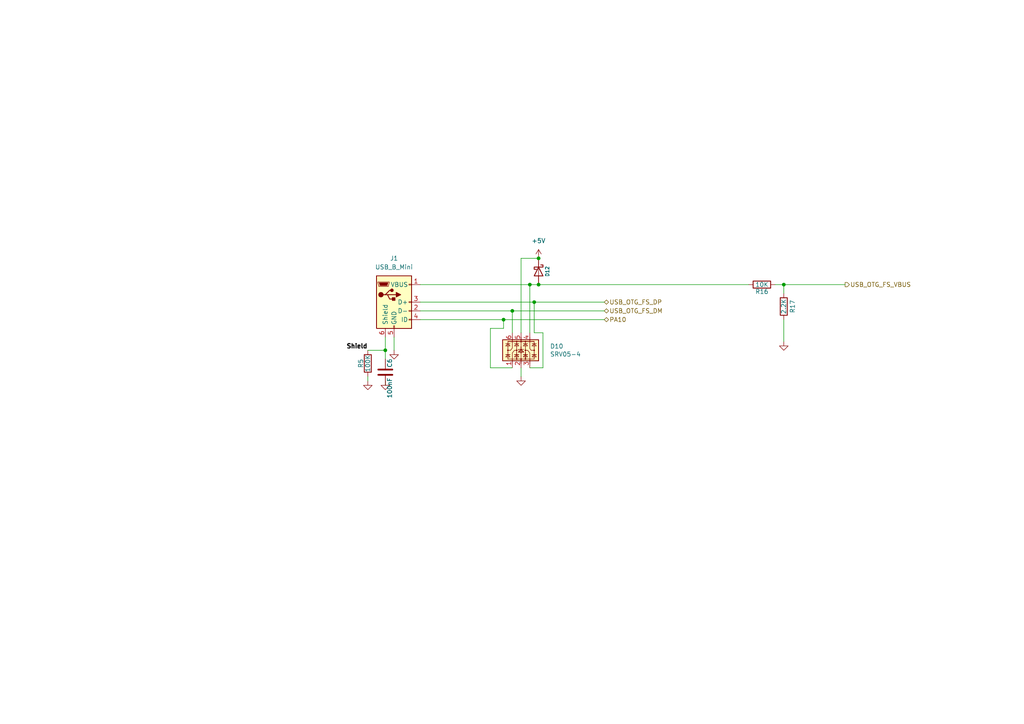
<source format=kicad_sch>
(kicad_sch (version 20231120) (generator "eeschema") (generator_version "8.0")
  (paper "A4")
  (lib_symbols
    (symbol "Connector:USB_B_Mini" (pin_names (offset 1.016))
      (property "Reference" "J" (at -5.08 11.43 0))
      (property "Value" "USB_B_Mini" (at -5.08 8.89 0))
      (symbol "USB_B_Mini_0_1"
        (rectangle (start -5.08 -7.62) (end 5.08 7.62) (stroke (width 0.254)) (fill (type background)))
        (circle (center -3.81 2.159) (radius 0.635) (stroke (width 0.254)) (fill (type outline)))
        (circle (center -0.635 3.429) (radius 0.381) (stroke (width 0.254)) (fill (type outline)))
        (rectangle (start -0.127 -7.62) (end 0.127 -6.858))
        (polyline (pts (xy -1.905 2.159) (xy 0.635 2.159)) (stroke (width 0.254)))
        (polyline (pts (xy -3.175 2.159) (xy -2.54 2.159) (xy -1.27 3.429) (xy -0.635 3.429)) (stroke (width 0.254)))
        (polyline (pts (xy -2.54 2.159) (xy -1.905 2.159) (xy -1.27 0.889) (xy 0 0.889)) (stroke (width 0.254)))
        (polyline (pts (xy 0.635 2.794) (xy 0.635 1.524) (xy 1.905 2.159) (xy 0.635 2.794)) (stroke (width 0.254)) (fill (type outline)))
        (polyline (pts (xy -4.318 5.588) (xy -1.778 5.588) (xy -2.032 4.826) (xy -4.064 4.826) (xy -4.318 5.588)) (fill (type outline)))
        (polyline (pts (xy -4.699 5.842) (xy -4.699 5.588) (xy -4.445 4.826) (xy -4.445 4.572) (xy -1.651 4.572) (xy -1.651 4.826) (xy -1.397 5.588) (xy -1.397 5.842) (xy -4.699 5.842)))
        (rectangle (start 0.254 1.27) (end -0.508 0.508) (stroke (width 0.254)) (fill (type outline)))
        (rectangle (start 5.08 -5.207) (end 4.318 -4.953))
        (rectangle (start 5.08 -2.667) (end 4.318 -2.413))
        (rectangle (start 5.08 -0.127) (end 4.318 0.127))
        (rectangle (start 5.08 4.953) (end 4.318 5.207))
      )
      (symbol "USB_B_Mini_1_1"
        (pin power_out line (at 7.62 5.08 180) (length 2.54) (name "VBUS") (number "1"))
        (pin bidirectional line (at 7.62 -2.54 180) (length 2.54) (name "D-") (number "2"))
        (pin bidirectional line (at 7.62 0 180) (length 2.54) (name "D+") (number "3"))
        (pin passive line (at 7.62 -5.08 180) (length 2.54) (name "ID") (number "4"))
        (pin power_out line (at 0 -10.16 90) (length 2.54) (name "GND") (number "5"))
        (pin passive line (at -2.54 -10.16 90) (length 2.54) (name "Shield") (number "6"))
      )
    )
    (symbol "Device:C" (pin_numbers hide) (pin_names (offset 0.254))
      (property "Reference" "C" (at 0.635 2.54 0))
      (property "Value" "C" (at 0.635 -2.54 0))
      (symbol "C_0_1"
        (polyline (pts (xy -2.032 -0.762) (xy 2.032 -0.762)) (stroke (width 0.508)))
        (polyline (pts (xy -2.032 0.762) (xy 2.032 0.762)) (stroke (width 0.508)))
      )
      (symbol "C_1_1"
        (pin passive line (at 0 3.81 270) (length 2.794) (name "~") (number "1"))
        (pin passive line (at 0 -3.81 90) (length 2.794) (name "~") (number "2"))
      )
    )
    (symbol "Device:D_Schottky" (pin_numbers hide) (pin_names (offset 1.016) hide)
      (property "Reference" "D" (at 0 2.54 0))
      (property "Value" "D_Schottky" (at 0 -2.54 0))
      (symbol "D_Schottky_0_1"
        (polyline (pts (xy 1.27 0) (xy -1.27 0)))
        (polyline (pts (xy 1.27 1.27) (xy 1.27 -1.27) (xy -1.27 0) (xy 1.27 1.27)) (stroke (width 0.254)))
        (polyline (pts (xy -1.905 0.635) (xy -1.905 1.27) (xy -1.27 1.27) (xy -1.27 -1.27) (xy -0.635 -1.27) (xy -0.635 -0.635)) (stroke (width 0.254)))
      )
      (symbol "D_Schottky_1_1"
        (pin passive line (at -3.81 0 0) (length 2.54) (name "K") (number "1"))
        (pin passive line (at 3.81 0 180) (length 2.54) (name "A") (number "2"))
      )
    )
    (symbol "Device:R" (pin_numbers hide) (pin_names (offset 0))
      (property "Reference" "R" (at 2.032 0 90))
      (property "Value" "R" (at 0 0 90))
      (symbol "R_0_1"
        (rectangle (start -1.016 -2.54) (end 1.016 2.54) (stroke (width 0.254)))
      )
      (symbol "R_1_1"
        (pin passive line (at 0 3.81 270) (length 1.27) (name "~") (number "1"))
        (pin passive line (at 0 -3.81 90) (length 1.27) (name "~") (number "2"))
      )
    )
    (symbol "Power_Protection:NUP4202"
      (property "Reference" "U" (at -6.985 -2.54 0))
      (property "Value" "NUP4202" (at 6.35 1.27 90))
      (symbol "NUP4202_0_1"
        (rectangle (start -5.334 3.048) (end 5.08 -3.048) (stroke (width 0.254)) (fill (type background)))
        (circle (center -3.81 0) (radius 0.127))
        (circle (center -3.81 0) (radius 0.127))
        (circle (center -1.27 -2.54) (radius 0.127))
        (circle (center -1.27 -2.54) (radius 0.127))
        (circle (center -1.27 0) (radius 0.127))
        (circle (center -1.27 0) (radius 0.127))
        (circle (center -1.27 2.54) (radius 0.127))
        (circle (center -1.27 2.54) (radius 0.127))
        (circle (center 0 -2.54) (radius 0.127))
        (circle (center 0 -2.54) (radius 0.127))
        (polyline (pts (xy -4.445 -1.27) (xy -3.175 -1.27)))
        (polyline (pts (xy -4.445 -1.27) (xy -3.175 -1.27)))
        (polyline (pts (xy -4.445 1.905) (xy -3.175 1.905)))
        (polyline (pts (xy -3.81 -2.54) (xy -3.81 -0.635)))
        (polyline (pts (xy -3.81 -2.54) (xy 3.81 -2.54)))
        (polyline (pts (xy -3.81 -0.635) (xy -3.81 0.635)))
        (polyline (pts (xy -3.81 0.635) (xy -3.81 2.54)))
        (polyline (pts (xy -3.81 2.54) (xy 3.81 2.54)))
        (polyline (pts (xy -3.81 2.54) (xy 3.81 2.54)))
        (polyline (pts (xy -1.905 -1.27) (xy -0.635 -1.27)))
        (polyline (pts (xy -1.905 -1.27) (xy -0.635 -1.27)))
        (polyline (pts (xy -1.905 1.905) (xy -0.635 1.905)))
        (polyline (pts (xy -1.27 -2.54) (xy -1.27 -0.635)))
        (polyline (pts (xy -1.27 -2.54) (xy -1.27 -0.635)))
        (polyline (pts (xy -1.27 0.635) (xy -1.27 -0.635)))
        (polyline (pts (xy -1.27 0.635) (xy -1.27 2.54)))
        (polyline (pts (xy 0 -0.889) (xy 0 -3.81)))
        (polyline (pts (xy 0 -0.889) (xy 0 1.016)))
        (polyline (pts (xy 0 -0.889) (xy 0 1.016)))
        (polyline (pts (xy 0 1.016) (xy 0 3.81)))
        (polyline (pts (xy 0.635 -1.27) (xy 1.905 -1.27)))
        (polyline (pts (xy 0.635 -1.27) (xy 1.905 -1.27)))
        (polyline (pts (xy 0.635 1.905) (xy 1.905 1.905)))
        (polyline (pts (xy 1.27 -2.54) (xy 1.27 -0.635)))
        (polyline (pts (xy 1.27 -2.54) (xy 1.27 -0.635)))
        (polyline (pts (xy 1.27 0.635) (xy 1.27 -0.635)))
        (polyline (pts (xy 1.27 0.635) (xy 1.27 2.54)))
        (polyline (pts (xy 3.175 -1.27) (xy 4.445 -1.27)))
        (polyline (pts (xy 3.175 -1.27) (xy 4.445 -1.27)))
        (polyline (pts (xy 3.175 1.905) (xy 4.445 1.905)))
        (polyline (pts (xy 3.81 -2.54) (xy 3.81 -0.635)))
        (polyline (pts (xy 3.81 0.635) (xy 3.81 -0.635)))
        (polyline (pts (xy 3.81 0.635) (xy 3.81 2.54)))
        (polyline (pts (xy 0.762 0.254) (xy -0.762 0.254) (xy -0.762 0)))
        (polyline (pts (xy -4.445 -1.905) (xy -3.175 -1.905) (xy -3.81 -1.27) (xy -4.445 -1.905)))
        (polyline (pts (xy -4.445 1.27) (xy -3.175 1.27) (xy -3.81 1.905) (xy -4.445 1.27)))
        (polyline (pts (xy -2.54 -3.81) (xy -2.54 -0.762) (xy -1.905 0) (xy -1.27 0)))
        (polyline (pts (xy -2.54 3.81) (xy -2.54 0.635) (xy -3.048 0) (xy -3.937 0)))
        (polyline (pts (xy -1.905 -1.905) (xy -0.635 -1.905) (xy -1.27 -1.27) (xy -1.905 -1.905)))
        (polyline (pts (xy -1.905 1.27) (xy -0.635 1.27) (xy -1.27 1.905) (xy -1.905 1.27)))
        (polyline (pts (xy -0.762 -0.508) (xy 0.762 -0.508) (xy 0 0.254) (xy -0.762 -0.508)))
        (polyline (pts (xy -0.762 -0.508) (xy 0.762 -0.508) (xy 0 0.254) (xy -0.762 -0.508)))
        (polyline (pts (xy 0.635 -1.905) (xy 1.905 -1.905) (xy 1.27 -1.27) (xy 0.635 -1.905)))
        (polyline (pts (xy 0.635 1.27) (xy 1.905 1.27) (xy 1.27 1.905) (xy 0.635 1.27)))
        (polyline (pts (xy 2.54 -3.81) (xy 2.54 -0.762) (xy 1.905 0) (xy 1.143 0)))
        (polyline (pts (xy 2.54 3.81) (xy 2.54 0.508) (xy 2.921 0) (xy 3.81 0)))
        (polyline (pts (xy 3.175 -1.905) (xy 4.445 -1.905) (xy 3.81 -1.27) (xy 3.175 -1.905)))
        (polyline (pts (xy 3.175 1.27) (xy 4.445 1.27) (xy 3.81 1.905) (xy 3.175 1.27)))
        (circle (center 0 2.54) (radius 0.127))
        (circle (center 0 2.54) (radius 0.127))
        (circle (center 1.27 -2.54) (radius 0.127))
        (circle (center 1.27 -2.54) (radius 0.127))
        (circle (center 1.27 0) (radius 0.127))
        (circle (center 1.27 0) (radius 0.127))
        (circle (center 1.27 2.54) (radius 0.127))
        (circle (center 1.27 2.54) (radius 0.127))
        (circle (center 3.81 0) (radius 0.127))
        (circle (center 3.81 0) (radius 0.127))
      )
      (symbol "NUP4202_1_1"
        (pin passive line (at -2.54 -5.08 90) (length 2.54) (name "~") (number "1"))
        (pin passive line (at 0 -5.08 90) (length 2.54) (name "~") (number "2"))
        (pin passive line (at 2.54 -5.08 90) (length 2.54) (name "~") (number "3"))
        (pin passive line (at 2.54 5.08 270) (length 2.54) (name "~") (number "4"))
        (pin passive line (at 0 5.08 270) (length 2.54) (name "~") (number "5"))
        (pin passive line (at -2.54 5.08 270) (length 2.54) (name "~") (number "6"))
      )
    )
    (symbol "l8-kicad-rescue:GND-power" (power) (pin_names (offset 0))
      (property "Value" "power_GND" (at 0 -3.81 0))
      (symbol "GND-power_0_1"
        (polyline (pts (xy 0 0) (xy 0 -1.27) (xy 1.27 -1.27) (xy 0 -2.54) (xy -1.27 -1.27) (xy 0 -1.27)))
      )
      (symbol "GND-power_1_1"
        (pin power_in line (at 0 0 270) (length 0) hide (name "GND") (number "1"))
      )
    )
    (symbol "power:+5V" (power) (pin_numbers hide) (pin_names (offset 0) hide)
      (property "Value" "+5V" (at 0 3.556 0))
      (symbol "+5V_0_1"
        (polyline (pts (xy -0.762 1.27) (xy 0 2.54)))
        (polyline (pts (xy 0 0) (xy 0 2.54)))
        (polyline (pts (xy 0 2.54) (xy 0.762 1.27)))
      )
      (symbol "+5V_1_1"
        (pin power_in line (at 0 0 90) (length 0) (name "~") (number "1"))
      )
    )
  )
  (junction (at 153.67 82.55))
  (junction (at 227.33 82.55))
  (junction (at 146.05 92.71))
  (junction (at 156.21 82.55))
  (junction (at 156.21 74.93))
  (junction (at 111.76 101.6))
  (junction (at 154.94 87.63))
  (junction (at 148.59 90.17))
  (wire (pts (xy 224.79 82.55) (xy 227.33 82.55)))
  (wire (pts (xy 151.13 96.52) (xy 151.13 74.93)))
  (wire (pts (xy 121.92 82.55) (xy 153.67 82.55)))
  (wire (pts (xy 121.92 87.63) (xy 154.94 87.63)))
  (wire (pts (xy 148.59 90.17) (xy 175.26 90.17)))
  (wire (pts (xy 153.67 106.68) (xy 157.48 106.68)))
  (wire (pts (xy 146.05 95.25) (xy 142.24 95.25)))
  (wire (pts (xy 148.59 90.17) (xy 148.59 96.52)))
  (wire (pts (xy 114.3 97.79) (xy 114.3 101.6)))
  (wire (pts (xy 111.76 110.49) (xy 111.76 111.76)))
  (wire (pts (xy 151.13 109.22) (xy 151.13 106.68)))
  (wire (pts (xy 146.05 95.25) (xy 146.05 92.71)))
  (wire (pts (xy 111.76 97.79) (xy 111.76 101.6)))
  (wire (pts (xy 106.68 101.6) (xy 111.76 101.6)))
  (wire (pts (xy 153.67 82.55) (xy 153.67 96.52)))
  (wire (pts (xy 151.13 74.93) (xy 156.21 74.93)))
  (wire (pts (xy 142.24 95.25) (xy 142.24 106.68)))
  (wire (pts (xy 154.94 87.63) (xy 175.26 87.63)))
  (wire (pts (xy 153.67 82.55) (xy 156.21 82.55)))
  (wire (pts (xy 157.48 106.68) (xy 157.48 96.52)))
  (wire (pts (xy 142.24 106.68) (xy 148.59 106.68)))
  (wire (pts (xy 227.33 82.55) (xy 245.11 82.55)))
  (wire (pts (xy 106.68 110.49) (xy 106.68 109.22)))
  (wire (pts (xy 111.76 101.6) (xy 111.76 104.14)))
  (wire (pts (xy 121.92 90.17) (xy 148.59 90.17)))
  (wire (pts (xy 227.33 99.06) (xy 227.33 92.71)))
  (wire (pts (xy 154.94 96.52) (xy 157.48 96.52)))
  (wire (pts (xy 227.33 82.55) (xy 227.33 85.09)))
  (wire (pts (xy 146.05 92.71) (xy 175.26 92.71)))
  (wire (pts (xy 217.17 82.55) (xy 156.21 82.55)))
  (wire (pts (xy 154.94 87.63) (xy 154.94 96.52)))
  (wire (pts (xy 121.92 92.71) (xy 146.05 92.71)))
  (label "Shield" (at 106.68 101.6 180) (effects (font (thickness 0.3048) (bold yes))))
  (hierarchical_label "USB_OTG_FS_VBUS" (shape output) (at 245.11 82.55 0))
  (hierarchical_label "USB_OTG_FS_DM" (shape bidirectional) (at 175.26 90.17 0))
  (hierarchical_label "PA10" (shape bidirectional) (at 175.26 92.71 0))
  (hierarchical_label "USB_OTG_FS_DP" (shape bidirectional) (at 175.26 87.63 0))
  (symbol (lib_id "Device:C") (at 111.76 107.95 0) (unit 1)
    (property "Reference" "C6" (at 113.03 106.68 90) (effects (justify left)))
    (property "Value" "100nF" (at 113.03 115.57 90) (effects (justify left)))
    (property "Footprint" "Capacitor_SMD:C_0603_1608Metric" (effects (hide yes)))
    (property "Description" "Unpolarized capacitor X7R" (effects (hide yes)))
  )
  (symbol (lib_id "Device:D_Schottky") (at 156.21 78.74 270) (unit 1)
    (property "Reference" "D12" (at 158.75 78.74 0) (effects (font (size 1.016 1.016))))
    (property "Value" "B5819W" (effects (hide yes)))
    (property "Footprint" "Diode_SMD:D_SOD-123" (effects (hide yes)))
    (property "Description" "Schottky diode" (effects (hide yes)))
    (property "LCSC" "C8598" (effects (hide yes)))
  )
  (symbol (lib_id "l8-kicad-rescue:GND-power") (at 114.3 101.6 0) (unit 1)
    (property "Reference" "#PWR035" (effects (hide yes)))
    (property "Value" "GND" (effects (hide yes)))
    (property "Description" "Power symbol creates a global label with name \"GND\" , ground" (effects (hide yes)))
  )
  (symbol (lib_id "Power_Protection:NUP4202") (at 151.13 101.6 0) (unit 1)
    (property "Reference" "D10" (at 159.512 100.4316 0) (effects (justify left)))
    (property "Value" "SRV05-4" (at 159.512 102.743 0) (effects (justify left)))
    (property "Footprint" "Package_TO_SOT_SMD:SOT-23-6" (effects (hide yes)))
    (property "LCSC" "C2836319" (effects (hide yes)))
  )
  (symbol (lib_id "l8-kicad-rescue:GND-power") (at 106.68 110.49 0) (unit 1)
    (property "Reference" "#PWR022" (effects (hide yes)))
    (property "Value" "GND" (effects (hide yes)))
    (property "Description" "Power symbol creates a global label with name \"GND\" , ground" (effects (hide yes)))
  )
  (symbol (lib_id "Device:R") (at 106.68 105.41 0) (mirror y) (unit 1)
    (property "Reference" "R5" (at 104.648 105.41 90))
    (property "Value" "100K" (at 106.68 105.41 90))
    (property "Footprint" "Resistor_SMD:R_0603_1608Metric" (effects (hide yes)))
    (property "Description" "Resistor" (effects (hide yes)))
    (property "LCSC" "C25803" (effects (hide yes)))
  )
  (symbol (lib_id "power:+5V") (at 156.21 74.93 0) (unit 1)
    (property "Reference" "#PWR043" (effects (hide yes)))
    (property "Value" "+5V" (at 156.21 69.85 0))
    (property "Description" "Power symbol creates a global label with name \"+5V\"" (effects (hide yes)))
  )
  (symbol (lib_id "Device:R") (at 220.98 82.55 90) (mirror x) (unit 1)
    (property "Reference" "R16" (at 220.98 84.582 90))
    (property "Value" "10K" (at 220.98 82.55 90))
    (property "Footprint" "Resistor_SMD:R_0603_1608Metric" (effects (hide yes)))
    (property "Description" "Resistor" (effects (hide yes)))
    (property "LCSC" "C25804" (effects (hide yes)))
  )
  (symbol (lib_id "l8-kicad-rescue:GND-power") (at 111.76 110.49 0) (unit 1)
    (property "Reference" "#PWR027" (effects (hide yes)))
    (property "Value" "GND" (effects (hide yes)))
    (property "Description" "Power symbol creates a global label with name \"GND\" , ground" (effects (hide yes)))
  )
  (symbol (lib_id "Device:R") (at 227.33 88.9 0) (mirror x) (unit 1)
    (property "Reference" "R17" (at 229.87 88.9 90))
    (property "Value" "2.2K" (at 227.33 88.9 90))
    (property "Footprint" "Resistor_SMD:R_0603_1608Metric" (effects (hide yes)))
    (property "Description" "Resistor" (effects (hide yes)))
    (property "LCSC" "C4190" (effects (hide yes)))
  )
  (symbol (lib_id "l8-kicad-rescue:GND-power") (at 151.13 109.22 0) (unit 1)
    (property "Reference" "#PWR042" (effects (hide yes)))
    (property "Value" "GND" (effects (hide yes)))
    (property "Description" "Power symbol creates a global label with name \"GND\" , ground" (effects (hide yes)))
  )
  (symbol (lib_id "Connector:USB_B_Mini") (at 114.3 87.63 0) (unit 1)
    (property "Reference" "J1" (at 114.3 74.93 0))
    (property "Value" "USB_B_Mini" (at 114.3 77.47 0))
    (property "Footprint" "dnt:USB-MINI-B-VERTICAL" (effects (hide yes)))
    (property "Description" "USB Mini Type B connector" (effects (hide yes)))
    (property "LCSC" "C13453" (effects (hide yes)))
  )
  (symbol (lib_id "l8-kicad-rescue:GND-power") (at 227.33 99.06 0) (unit 1)
    (property "Reference" "#PWR044" (effects (hide yes)))
    (property "Value" "GND" (effects (hide yes)))
    (property "Description" "Power symbol creates a global label with name \"GND\" , ground" (effects (hide yes)))
  )
)
</source>
